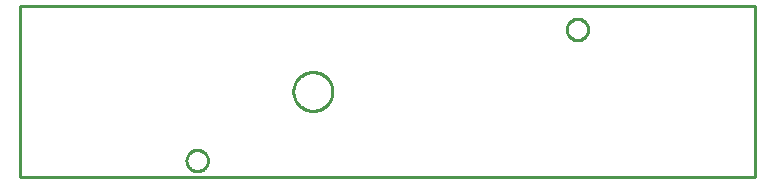
<source format=gbr>
G04 EAGLE Gerber RS-274X export*
G75*
%MOMM*%
%FSLAX34Y34*%
%LPD*%
%IN*%
%IPPOS*%
%AMOC8*
5,1,8,0,0,1.08239X$1,22.5*%
G01*
%ADD10C,0.254000*%


D10*
X0Y0D02*
X622000Y0D01*
X622000Y145000D01*
X0Y145000D01*
X0Y0D01*
X159000Y13607D02*
X158932Y12824D01*
X158795Y12050D01*
X158592Y11291D01*
X158323Y10553D01*
X157991Y9840D01*
X157598Y9160D01*
X157147Y8516D01*
X156642Y7914D01*
X156086Y7358D01*
X155484Y6853D01*
X154840Y6402D01*
X154160Y6009D01*
X153447Y5677D01*
X152709Y5408D01*
X151950Y5205D01*
X151176Y5069D01*
X150393Y5000D01*
X149607Y5000D01*
X148824Y5069D01*
X148050Y5205D01*
X147291Y5408D01*
X146553Y5677D01*
X145840Y6009D01*
X145160Y6402D01*
X144516Y6853D01*
X143914Y7358D01*
X143358Y7914D01*
X142853Y8516D01*
X142402Y9160D01*
X142009Y9840D01*
X141677Y10553D01*
X141408Y11291D01*
X141205Y12050D01*
X141069Y12824D01*
X141000Y13607D01*
X141000Y14393D01*
X141069Y15176D01*
X141205Y15950D01*
X141408Y16709D01*
X141677Y17447D01*
X142009Y18160D01*
X142402Y18840D01*
X142853Y19484D01*
X143358Y20086D01*
X143914Y20642D01*
X144516Y21147D01*
X145160Y21598D01*
X145840Y21991D01*
X146553Y22323D01*
X147291Y22592D01*
X148050Y22795D01*
X148824Y22932D01*
X149607Y23000D01*
X150393Y23000D01*
X151176Y22932D01*
X151950Y22795D01*
X152709Y22592D01*
X153447Y22323D01*
X154160Y21991D01*
X154840Y21598D01*
X155484Y21147D01*
X156086Y20642D01*
X156642Y20086D01*
X157147Y19484D01*
X157598Y18840D01*
X157991Y18160D01*
X158323Y17447D01*
X158592Y16709D01*
X158795Y15950D01*
X158932Y15176D01*
X159000Y14393D01*
X159000Y13607D01*
X481000Y124607D02*
X480932Y123824D01*
X480795Y123050D01*
X480592Y122291D01*
X480323Y121553D01*
X479991Y120840D01*
X479598Y120160D01*
X479147Y119516D01*
X478642Y118914D01*
X478086Y118358D01*
X477484Y117853D01*
X476840Y117402D01*
X476160Y117009D01*
X475447Y116677D01*
X474709Y116408D01*
X473950Y116205D01*
X473176Y116069D01*
X472393Y116000D01*
X471607Y116000D01*
X470824Y116069D01*
X470050Y116205D01*
X469291Y116408D01*
X468553Y116677D01*
X467840Y117009D01*
X467160Y117402D01*
X466516Y117853D01*
X465914Y118358D01*
X465358Y118914D01*
X464853Y119516D01*
X464402Y120160D01*
X464009Y120840D01*
X463677Y121553D01*
X463408Y122291D01*
X463205Y123050D01*
X463069Y123824D01*
X463000Y124607D01*
X463000Y125393D01*
X463069Y126176D01*
X463205Y126950D01*
X463408Y127709D01*
X463677Y128447D01*
X464009Y129160D01*
X464402Y129840D01*
X464853Y130484D01*
X465358Y131086D01*
X465914Y131642D01*
X466516Y132147D01*
X467160Y132598D01*
X467840Y132991D01*
X468553Y133323D01*
X469291Y133592D01*
X470050Y133795D01*
X470824Y133932D01*
X471607Y134000D01*
X472393Y134000D01*
X473176Y133932D01*
X473950Y133795D01*
X474709Y133592D01*
X475447Y133323D01*
X476160Y132991D01*
X476840Y132598D01*
X477484Y132147D01*
X478086Y131642D01*
X478642Y131086D01*
X479147Y130484D01*
X479598Y129840D01*
X479991Y129160D01*
X480323Y128447D01*
X480592Y127709D01*
X480795Y126950D01*
X480932Y126176D01*
X481000Y125393D01*
X481000Y124607D01*
X264500Y71960D02*
X264429Y70882D01*
X264288Y69811D01*
X264078Y68751D01*
X263798Y67708D01*
X263451Y66685D01*
X263037Y65687D01*
X262560Y64718D01*
X262019Y63782D01*
X261419Y62884D01*
X260762Y62027D01*
X260049Y61215D01*
X259285Y60451D01*
X258473Y59739D01*
X257616Y59081D01*
X256718Y58481D01*
X255782Y57941D01*
X254813Y57463D01*
X253815Y57049D01*
X252792Y56702D01*
X251749Y56422D01*
X250689Y56212D01*
X249618Y56071D01*
X248540Y56000D01*
X247460Y56000D01*
X246382Y56071D01*
X245311Y56212D01*
X244251Y56422D01*
X243208Y56702D01*
X242185Y57049D01*
X241187Y57463D01*
X240218Y57941D01*
X239282Y58481D01*
X238384Y59081D01*
X237527Y59739D01*
X236715Y60451D01*
X235951Y61215D01*
X235239Y62027D01*
X234581Y62884D01*
X233981Y63782D01*
X233441Y64718D01*
X232963Y65687D01*
X232549Y66685D01*
X232202Y67708D01*
X231922Y68751D01*
X231712Y69811D01*
X231571Y70882D01*
X231500Y71960D01*
X231500Y73040D01*
X231571Y74118D01*
X231712Y75189D01*
X231922Y76249D01*
X232202Y77292D01*
X232549Y78315D01*
X232963Y79313D01*
X233441Y80282D01*
X233981Y81218D01*
X234581Y82116D01*
X235239Y82973D01*
X235951Y83785D01*
X236715Y84549D01*
X237527Y85262D01*
X238384Y85919D01*
X239282Y86519D01*
X240218Y87060D01*
X241187Y87537D01*
X242185Y87951D01*
X243208Y88298D01*
X244251Y88578D01*
X245311Y88788D01*
X246382Y88929D01*
X247460Y89000D01*
X248540Y89000D01*
X249618Y88929D01*
X250689Y88788D01*
X251749Y88578D01*
X252792Y88298D01*
X253815Y87951D01*
X254813Y87537D01*
X255782Y87060D01*
X256718Y86519D01*
X257616Y85919D01*
X258473Y85262D01*
X259285Y84549D01*
X260049Y83785D01*
X260762Y82973D01*
X261419Y82116D01*
X262019Y81218D01*
X262560Y80282D01*
X263037Y79313D01*
X263451Y78315D01*
X263798Y77292D01*
X264078Y76249D01*
X264288Y75189D01*
X264429Y74118D01*
X264500Y73040D01*
X264500Y71960D01*
M02*

</source>
